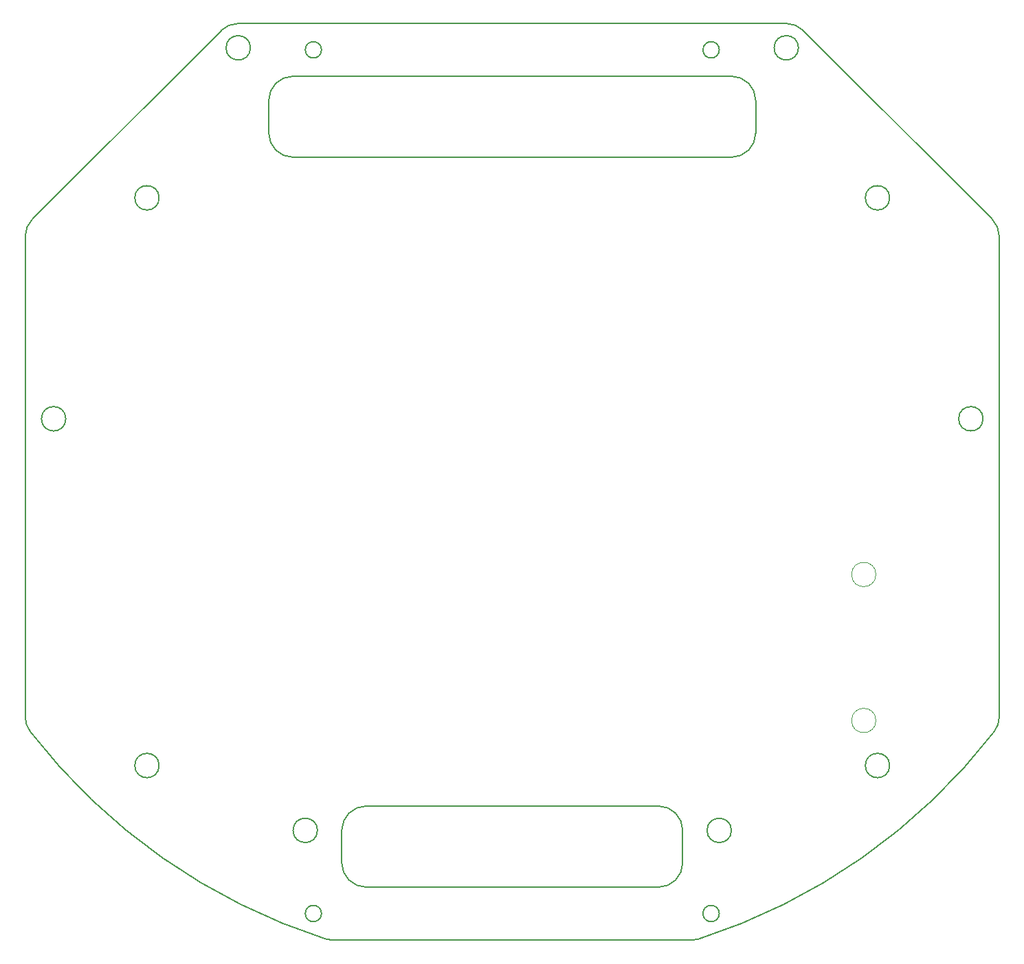
<source format=gbp>
G04 #@! TF.GenerationSoftware,KiCad,Pcbnew,(6.0.2)*
G04 #@! TF.CreationDate,2022-03-28T07:24:51+09:00*
G04 #@! TF.ProjectId,Main_Board,4d61696e-5f42-46f6-9172-642e6b696361,rev?*
G04 #@! TF.SameCoordinates,Original*
G04 #@! TF.FileFunction,Paste,Bot*
G04 #@! TF.FilePolarity,Positive*
%FSLAX46Y46*%
G04 Gerber Fmt 4.6, Leading zero omitted, Abs format (unit mm)*
G04 Created by KiCad (PCBNEW (6.0.2)) date 2022-03-28 07:24:51*
%MOMM*%
%LPD*%
G01*
G04 APERTURE LIST*
G04 #@! TA.AperFunction,Profile*
%ADD10C,0.200000*%
G04 #@! TD*
G04 #@! TA.AperFunction,Profile*
%ADD11C,0.120000*%
G04 #@! TD*
G04 APERTURE END LIST*
D10*
X135782005Y-91484651D02*
G75*
G03*
X135782005Y-91484651I-1500000J0D01*
G01*
X216282005Y-45992010D02*
G75*
G03*
X216282005Y-45992010I-1000000J0D01*
G01*
X208782005Y-149242010D02*
G75*
G03*
X211782005Y-146242010I-1J3000001D01*
G01*
X237282005Y-64242010D02*
G75*
G03*
X237282005Y-64242010I-1500000J0D01*
G01*
X226660685Y-43620690D02*
X249903325Y-66863330D01*
X157024646Y-42742010D02*
G75*
G03*
X154903325Y-43620690I-3J-2999994D01*
G01*
X160782005Y-56242010D02*
G75*
G03*
X163782005Y-59242010I3000001J1D01*
G01*
X160782005Y-52242010D02*
X160782005Y-56242010D01*
X250782005Y-68984651D02*
G75*
G03*
X249903325Y-66863330I-2999994J3D01*
G01*
X211782005Y-142242010D02*
G75*
G03*
X208782005Y-139242010I-3000001J-1D01*
G01*
X163782005Y-59242010D02*
X217782005Y-59242010D01*
X217782005Y-142242010D02*
G75*
G03*
X217782005Y-142242010I-1500000J0D01*
G01*
X157024646Y-42742010D02*
X224539364Y-42742010D01*
X220782005Y-56242010D02*
X220782005Y-52242010D01*
X147282005Y-64242010D02*
G75*
G03*
X147282005Y-64242010I-1500000J0D01*
G01*
X131660685Y-66863330D02*
X154903325Y-43620690D01*
X131407005Y-130063505D02*
G75*
G03*
X167829319Y-155643510I59375005J45821502D01*
G01*
X250782005Y-68984651D02*
X250782005Y-128230645D01*
X130782005Y-128230645D02*
G75*
G03*
X131407005Y-130063505I3000003J1D01*
G01*
X220782005Y-52242010D02*
G75*
G03*
X217782005Y-49242010I-3000001J-1D01*
G01*
X169782005Y-146242010D02*
G75*
G03*
X172782005Y-149242010I3000001J1D01*
G01*
X172782005Y-139242010D02*
G75*
G03*
X169782005Y-142242010I1J-3000001D01*
G01*
X212816583Y-155787450D02*
X168747427Y-155787450D01*
X211782005Y-142242010D02*
X211782005Y-146242010D01*
X172782005Y-139242010D02*
X208782005Y-139242010D01*
X217782005Y-59242010D02*
G75*
G03*
X220782005Y-56242010I-1J3000001D01*
G01*
X131660685Y-66863330D02*
G75*
G03*
X130782005Y-68984651I2121314J-2121318D01*
G01*
X212816583Y-155787450D02*
G75*
G03*
X213734691Y-155643510I5J2999973D01*
G01*
X213734691Y-155643510D02*
G75*
G03*
X250157005Y-130063505I-22952691J71401507D01*
G01*
X130782005Y-128230645D02*
X130782005Y-68984651D01*
X237282005Y-134242010D02*
G75*
G03*
X237282005Y-134242010I-1500000J0D01*
G01*
X163782005Y-49242010D02*
G75*
G03*
X160782005Y-52242010I1J-3000001D01*
G01*
X226660685Y-43620690D02*
G75*
G03*
X224539364Y-42742010I-2121318J-2121314D01*
G01*
X226039364Y-45742010D02*
G75*
G03*
X226039364Y-45742010I-1500000J0D01*
G01*
X167282005Y-45992010D02*
G75*
G03*
X167282005Y-45992010I-1000000J0D01*
G01*
X158524646Y-45742010D02*
G75*
G03*
X158524646Y-45742010I-1500000J0D01*
G01*
X167829319Y-155643510D02*
G75*
G03*
X168747427Y-155787450I918101J2856020D01*
G01*
X216282005Y-152492010D02*
G75*
G03*
X216282005Y-152492010I-1000000J0D01*
G01*
X250157005Y-130063505D02*
G75*
G03*
X250782005Y-128230645I-2375003J1832861D01*
G01*
X248782005Y-91484651D02*
G75*
G03*
X248782005Y-91484651I-1500000J0D01*
G01*
X167282005Y-152492010D02*
G75*
G03*
X167282005Y-152492010I-1000000J0D01*
G01*
X217782005Y-49242010D02*
X163782005Y-49242010D01*
X208782005Y-149242010D02*
X172782005Y-149242010D01*
X166782005Y-142242010D02*
G75*
G03*
X166782005Y-142242010I-1500000J0D01*
G01*
X147282005Y-134242010D02*
G75*
G03*
X147282005Y-134242010I-1500000J0D01*
G01*
X169782005Y-146242010D02*
X169782005Y-142242010D01*
D11*
X235587000Y-110689700D02*
G75*
G03*
X235587000Y-110689700I-1500000J0D01*
G01*
X235587000Y-128689700D02*
G75*
G03*
X235587000Y-128689700I-1500000J0D01*
G01*
M02*

</source>
